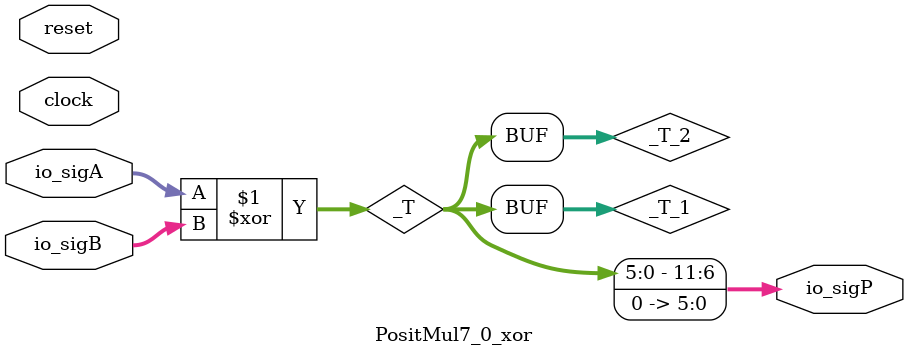
<source format=v>
module PositMul7_0_xor(
  input         clock,
  input         reset,
  input  [5:0]  io_sigA,
  input  [5:0]  io_sigB,
  output [11:0] io_sigP
);
  wire [5:0] _T; // @[PositMul.scala 51:23]
  wire [5:0] _T_1; // @[PositMul.scala 51:23]
  wire [5:0] _T_2; // @[Cat.scala 29:58]
  assign _T = $signed(io_sigA) ^ $signed(io_sigB); // @[PositMul.scala 51:23]
  assign _T_1 = $signed(_T); // @[PositMul.scala 51:23]
  assign _T_2 = $unsigned(_T_1); // @[Cat.scala 29:58]
  assign io_sigP = {_T_2,6'h0}; // @[PositMul.scala 51:9]
endmodule

</source>
